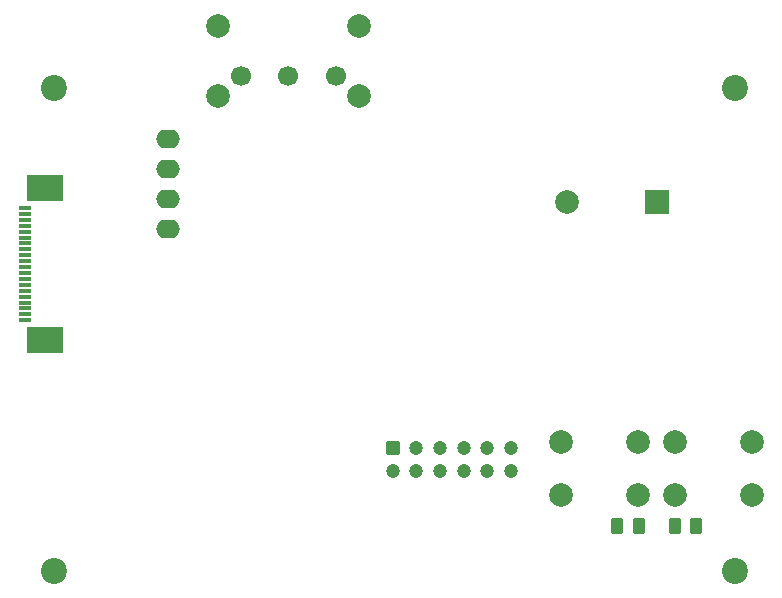
<source format=gbr>
%TF.GenerationSoftware,KiCad,Pcbnew,(7.99.0-200-gad838e3d73)*%
%TF.CreationDate,2024-03-07T11:40:56+07:00*%
%TF.ProjectId,WMS_PCB2,574d535f-5043-4423-922e-6b696361645f,rev?*%
%TF.SameCoordinates,Original*%
%TF.FileFunction,Soldermask,Top*%
%TF.FilePolarity,Negative*%
%FSLAX46Y46*%
G04 Gerber Fmt 4.6, Leading zero omitted, Abs format (unit mm)*
G04 Created by KiCad (PCBNEW (7.99.0-200-gad838e3d73)) date 2024-03-07 11:40:56*
%MOMM*%
%LPD*%
G01*
G04 APERTURE LIST*
G04 Aperture macros list*
%AMRoundRect*
0 Rectangle with rounded corners*
0 $1 Rounding radius*
0 $2 $3 $4 $5 $6 $7 $8 $9 X,Y pos of 4 corners*
0 Add a 4 corners polygon primitive as box body*
4,1,4,$2,$3,$4,$5,$6,$7,$8,$9,$2,$3,0*
0 Add four circle primitives for the rounded corners*
1,1,$1+$1,$2,$3*
1,1,$1+$1,$4,$5*
1,1,$1+$1,$6,$7*
1,1,$1+$1,$8,$9*
0 Add four rect primitives between the rounded corners*
20,1,$1+$1,$2,$3,$4,$5,0*
20,1,$1+$1,$4,$5,$6,$7,0*
20,1,$1+$1,$6,$7,$8,$9,0*
20,1,$1+$1,$8,$9,$2,$3,0*%
G04 Aperture macros list end*
%ADD10R,1.100000X0.300000*%
%ADD11R,3.100000X2.300000*%
%ADD12C,2.000000*%
%ADD13RoundRect,0.250000X0.262500X0.450000X-0.262500X0.450000X-0.262500X-0.450000X0.262500X-0.450000X0*%
%ADD14RoundRect,0.250000X-0.262500X-0.450000X0.262500X-0.450000X0.262500X0.450000X-0.262500X0.450000X0*%
%ADD15C,1.700000*%
%ADD16C,2.200000*%
%ADD17RoundRect,0.250000X-0.350000X-0.350000X0.350000X-0.350000X0.350000X0.350000X-0.350000X0.350000X0*%
%ADD18C,1.200000*%
%ADD19R,2.000000X2.000000*%
%ADD20O,2.000000X1.600000*%
G04 APERTURE END LIST*
D10*
%TO.C,U7*%
X187067199Y-80035199D03*
X187067199Y-80535199D03*
X187067199Y-81035199D03*
X187067199Y-81535199D03*
X187067199Y-82035199D03*
X187067199Y-82535199D03*
X187067199Y-83035199D03*
X187067199Y-83535199D03*
X187067199Y-84035199D03*
X187067199Y-84535199D03*
X187067199Y-85035199D03*
X187067199Y-85535199D03*
X187067199Y-86035199D03*
X187067199Y-86535199D03*
X187067199Y-87035199D03*
X187067199Y-87535199D03*
X187067199Y-88035199D03*
X187067199Y-88535199D03*
X187067199Y-89035199D03*
X187067199Y-89535199D03*
D11*
X188767199Y-91205199D03*
X188767199Y-78365199D03*
%TD*%
D12*
%TO.C,SW1*%
X232462000Y-99858000D03*
X238962000Y-99858000D03*
X232462000Y-104358000D03*
X238962000Y-104358000D03*
%TD*%
D13*
%TO.C,R3*%
X239014000Y-106934000D03*
X237189000Y-106934000D03*
%TD*%
D14*
%TO.C,R4*%
X242062000Y-106934000D03*
X243887000Y-106934000D03*
%TD*%
D12*
%TO.C,SW4*%
X215360000Y-70582500D03*
X215360000Y-64582500D03*
X203360000Y-70582500D03*
X203360000Y-64582500D03*
D15*
X213360000Y-68832500D03*
X209360000Y-68832500D03*
X205360000Y-68832500D03*
%TD*%
D16*
%TO.C,H7*%
X189484000Y-110744000D03*
%TD*%
%TO.C,H6*%
X247142000Y-69850000D03*
%TD*%
D12*
%TO.C,SW3*%
X242114000Y-99858000D03*
X248614000Y-99858000D03*
X242114000Y-104358000D03*
X248614000Y-104358000D03*
%TD*%
D16*
%TO.C,H8*%
X189484000Y-69850000D03*
%TD*%
D17*
%TO.C,J5*%
X218186000Y-100330000D03*
D18*
X218186000Y-102330000D03*
X220186000Y-100330000D03*
X220186000Y-102330000D03*
X222186000Y-100330000D03*
X222186000Y-102330000D03*
X224186000Y-100330000D03*
X224186000Y-102330000D03*
X226186000Y-100330000D03*
X226186000Y-102330000D03*
X228186000Y-100330000D03*
X228186000Y-102330000D03*
%TD*%
D16*
%TO.C,H5*%
X247142000Y-110744000D03*
%TD*%
D19*
%TO.C,BZ1*%
X240537999Y-79501999D03*
D12*
X232938000Y-79502000D03*
%TD*%
D20*
%TO.C,Brd1*%
X199135999Y-74167999D03*
X199135999Y-76707999D03*
X199135999Y-79247999D03*
X199135999Y-81787999D03*
%TD*%
M02*

</source>
